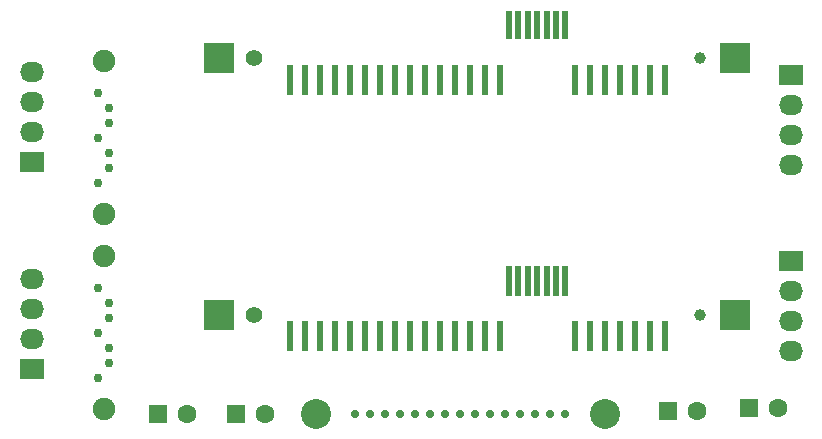
<source format=gbr>
%TF.GenerationSoftware,KiCad,Pcbnew,(5.1.10)-1*%
%TF.CreationDate,2021-07-18T21:09:21+08:00*%
%TF.ProjectId,2.5_SAS_Backend,322e355f-5341-4535-9f42-61636b656e64,rev?*%
%TF.SameCoordinates,Original*%
%TF.FileFunction,Soldermask,Bot*%
%TF.FilePolarity,Negative*%
%FSLAX46Y46*%
G04 Gerber Fmt 4.6, Leading zero omitted, Abs format (unit mm)*
G04 Created by KiCad (PCBNEW (5.1.10)-1) date 2021-07-18 21:09:21*
%MOMM*%
%LPD*%
G01*
G04 APERTURE LIST*
%ADD10C,1.900000*%
%ADD11C,0.750000*%
%ADD12R,2.600000X2.600000*%
%ADD13C,1.000000*%
%ADD14C,1.400000*%
%ADD15R,0.600000X2.530000*%
%ADD16R,0.500000X2.530000*%
%ADD17C,0.700000*%
%ADD18C,2.540000*%
%ADD19C,1.600000*%
%ADD20R,1.600000X1.600000*%
%ADD21R,2.030000X1.730000*%
%ADD22O,2.030000X1.730000*%
%ADD23R,0.500000X2.330000*%
G04 APERTURE END LIST*
D10*
%TO.C,U5*%
X40132000Y-63874000D03*
X40132000Y-50934000D03*
D11*
X39632000Y-61214000D03*
X40632000Y-59944000D03*
X40632000Y-58674000D03*
X39632000Y-57404000D03*
X40632000Y-56134000D03*
X40632000Y-54864000D03*
X39632000Y-53594000D03*
%TD*%
D10*
%TO.C,U3*%
X40132000Y-47364000D03*
X40132000Y-34424000D03*
D11*
X39632000Y-44704000D03*
X40632000Y-43434000D03*
X40632000Y-42164000D03*
X39632000Y-40894000D03*
X40632000Y-39624000D03*
X40632000Y-38354000D03*
X39632000Y-37084000D03*
%TD*%
D12*
%TO.C,U4*%
X93630000Y-55880000D03*
X49880000Y-55880000D03*
D13*
X90630000Y-55880000D03*
D14*
X52880000Y-55880000D03*
D15*
X87630000Y-57710000D03*
X86360000Y-57710000D03*
X85090000Y-57710000D03*
X83820000Y-57710000D03*
X82550000Y-57710000D03*
X81280000Y-57710000D03*
X80010000Y-57710000D03*
D16*
X79235000Y-53040000D03*
X78435000Y-53040000D03*
X77635000Y-53040000D03*
X76835000Y-53040000D03*
X76035000Y-53040000D03*
X75235000Y-53040000D03*
X74435000Y-53040000D03*
D15*
X73660000Y-57710000D03*
X72390000Y-57710000D03*
X71120000Y-57710000D03*
X69850000Y-57710000D03*
X68580000Y-57710000D03*
X67310000Y-57710000D03*
X66040000Y-57710000D03*
X64770000Y-57710000D03*
X63500000Y-57710000D03*
X62230000Y-57710000D03*
X60960000Y-57710000D03*
X59690000Y-57710000D03*
X58420000Y-57710000D03*
X57150000Y-57710000D03*
X55880000Y-57710000D03*
%TD*%
D17*
%TO.C,U2*%
X62680000Y-64262000D03*
X63950000Y-64262000D03*
X61410000Y-64262000D03*
X67760000Y-64262000D03*
X65220000Y-64262000D03*
X66490000Y-64262000D03*
X69030000Y-64262000D03*
X70300000Y-64262000D03*
X71570000Y-64262000D03*
X72840000Y-64262000D03*
X74110000Y-64262000D03*
X75380000Y-64262000D03*
X76650000Y-64262000D03*
X77920000Y-64262000D03*
X79190000Y-64262000D03*
D18*
X58140600Y-64262000D03*
X82550000Y-64262000D03*
%TD*%
D19*
%TO.C,5V_C2*%
X53808000Y-64262000D03*
D20*
X51308000Y-64262000D03*
%TD*%
D19*
%TO.C,12V_C3*%
X90384000Y-64008000D03*
D20*
X87884000Y-64008000D03*
%TD*%
D19*
%TO.C,12V_C4*%
X97242000Y-63754000D03*
D20*
X94742000Y-63754000D03*
%TD*%
D21*
%TO.C,M1*%
X98298000Y-51308000D03*
D22*
X98298000Y-53848000D03*
X98298000Y-56388000D03*
X98298000Y-58928000D03*
%TD*%
D21*
%TO.C,M2*%
X98298000Y-35560000D03*
D22*
X98298000Y-38100000D03*
X98298000Y-40640000D03*
X98298000Y-43180000D03*
%TD*%
D21*
%TO.C,M3*%
X34036000Y-42926000D03*
D22*
X34036000Y-40386000D03*
X34036000Y-37846000D03*
X34036000Y-35306000D03*
%TD*%
D21*
%TO.C,M4*%
X34036000Y-60452000D03*
D22*
X34036000Y-57912000D03*
X34036000Y-55372000D03*
X34036000Y-52832000D03*
%TD*%
D19*
%TO.C,5V_C1*%
X47204000Y-64262000D03*
D20*
X44704000Y-64262000D03*
%TD*%
D12*
%TO.C,U1*%
X93630000Y-34163000D03*
X49880000Y-34163000D03*
D13*
X90630000Y-34163000D03*
D14*
X52880000Y-34163000D03*
D15*
X87630000Y-35993000D03*
X86360000Y-35993000D03*
X85090000Y-35993000D03*
X83820000Y-35993000D03*
X82550000Y-35993000D03*
X81280000Y-35993000D03*
X80010000Y-35993000D03*
D23*
X79235000Y-31323000D03*
X78435000Y-31323000D03*
X77635000Y-31323000D03*
X76835000Y-31323000D03*
X76035000Y-31323000D03*
X75235000Y-31323000D03*
X74435000Y-31323000D03*
D15*
X73660000Y-35993000D03*
X72390000Y-35993000D03*
X71120000Y-35993000D03*
X69850000Y-35993000D03*
X68580000Y-35993000D03*
X67310000Y-35993000D03*
X66040000Y-35993000D03*
X64770000Y-35993000D03*
X63500000Y-35993000D03*
X62230000Y-35993000D03*
X60960000Y-35993000D03*
X59690000Y-35993000D03*
X58420000Y-35993000D03*
X57150000Y-35993000D03*
X55880000Y-35993000D03*
%TD*%
M02*

</source>
